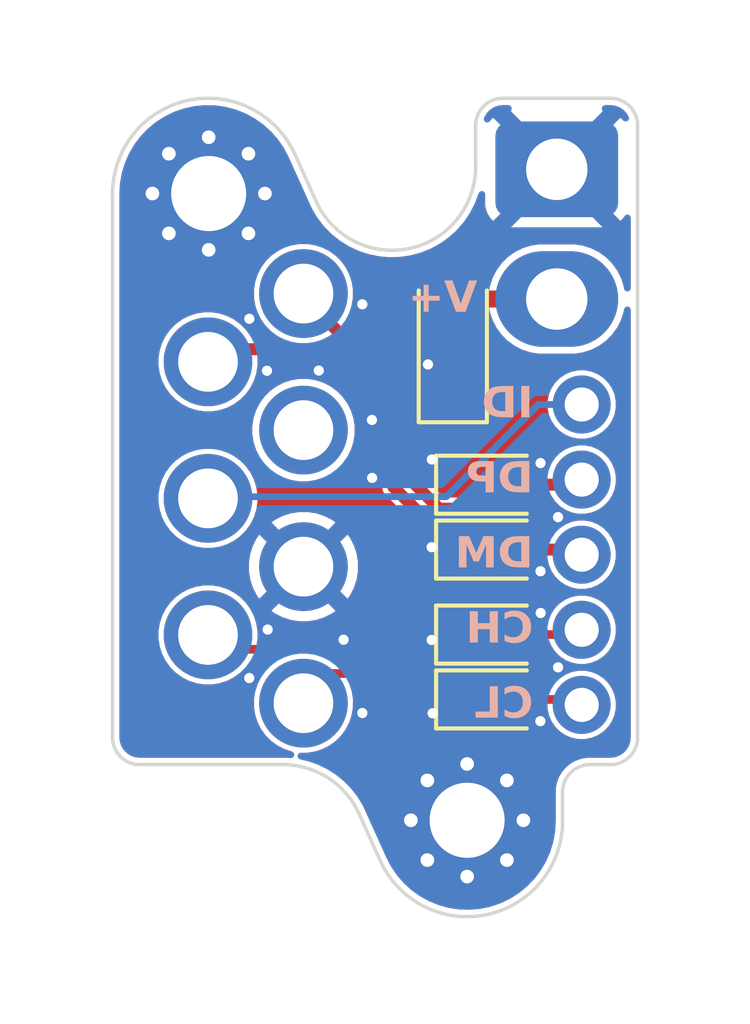
<source format=kicad_pcb>
(kicad_pcb (version 20241229) (generator "pcbnew") (generator_version "9.0")
  (layers (0 "F.Cu" signal) (4 "In1.Cu" signal) (6 "In2.Cu" signal) (2 "B.Cu" signal) (13 "F.Paste" user) (15 "B.Paste" user) (5 "F.SilkS" user "F.Silkscreen") (7 "B.SilkS" user "B.Silkscreen") (1 "F.Mask" user) (3 "B.Mask" user) (25 "Edge.Cuts" user))
  (net 0 "")
  (net 1 "CAN_H")
  (net 2 "VDC")
  (net 3 "GND")
  (net 4 "TOOL_ID")
  (net 5 "USB_90_D+")
  (net 6 "CAN_L")
  (net 7 "USB_90_D-")
  (footprint "Diode_SMD:D_SOD-323" (layer "F.Cu") (at 118.4 82.59)
    (property "Reference" "D1" (hide yes))
    (property "Value" "UDD32C24L01" (hide yes))
    (fp_line (start -1.61 -0.85) (end -1.61 0.85) (stroke (width 0.12)) (layer "F.SilkS"))
    (fp_line (start -1.61 -0.85) (end 1.05 -0.85) (stroke (width 0.12)) (layer "F.SilkS"))
    (fp_line (start -1.61 0.85) (end 1.05 0.85) (stroke (width 0.12)) (layer "F.SilkS"))
    (pad "1" smd roundrect (at -1.05 0) (size 0.6 0.45) (layers "F.Cu" "F.Mask" "F.Paste") (net 3 "GND"))
    (pad "2" smd roundrect (at 1.05 0) (size 0.6 0.45) (layers "F.Cu" "F.Mask" "F.Paste") (net 1 "CAN_H"))
  )
  (footprint "Vortac:MountingHole_2.2mm_M2_Pad_Via_NTR" (layer "F.Cu") (at 117.7 88.03)
    (property "Reference" "H2" (hide yes))
    (property "Value" "MountingHole_Pad" (hide yes))
    (pad "1" thru_hole circle (at -1.65 0) (size 0.8 0.8) (drill 0.4) (layers "*.Cu" "*.Mask") (net 3 "GND"))
    (pad "1" thru_hole circle (at -1.166726 -1.166726) (size 0.8 0.8) (drill 0.4) (layers "*.Cu" "*.Mask") (net 3 "GND"))
    (pad "1" thru_hole circle (at -1.166726 1.166726) (size 0.8 0.8) (drill 0.4) (layers "*.Cu" "*.Mask") (net 3 "GND"))
    (pad "1" thru_hole circle (at 0 -1.65) (size 0.8 0.8) (drill 0.4) (layers "*.Cu" "*.Mask") (net 3 "GND"))
    (pad "1" thru_hole circle (at 0 0) (size 4.4 4.4) (drill 2.2) (layers "*.Cu" "*.Mask") (net 3 "GND"))
    (pad "1" thru_hole circle (at 0 1.65) (size 0.8 0.8) (drill 0.4) (layers "*.Cu" "*.Mask") (net 3 "GND"))
    (pad "1" thru_hole circle (at 1.166726 -1.166726) (size 0.8 0.8) (drill 0.4) (layers "*.Cu" "*.Mask") (net 3 "GND"))
    (pad "1" thru_hole circle (at 1.166726 1.166726) (size 0.8 0.8) (drill 0.4) (layers "*.Cu" "*.Mask") (net 3 "GND"))
    (pad "1" thru_hole circle (at 1.65 0) (size 0.8 0.8) (drill 0.4) (layers "*.Cu" "*.Mask") (net 3 "GND"))
  )
  (footprint "Vortac:Toolplate_Solderpoint_01x02_Power" (layer "F.Cu") (at 120.33 68.96)
    (property "Reference" "J2" (hide yes))
    (property "Value" "Conn_01x02" (hide yes))
    (pad "1" thru_hole roundrect (at 0 0) (size 3.6 2.8) (drill 1.8) (layers "*.Cu" "*.Mask") (roundrect_rratio 0.15) (net 3 "GND"))
    (pad "2" thru_hole oval (at 0 3.8) (size 3.6 2.8) (drill 1.8) (layers "*.Cu" "*.Mask") (net 2 "VDC"))
  )
  (footprint "Vortac:MountingHole_2.2mm_M2_Pad_Via_NTR" (layer "F.Cu") (at 110.12 69.67)
    (property "Reference" "H1" (hide yes))
    (property "Value" "MountingHole_Pad" (hide yes))
    (pad "1" thru_hole circle (at -1.65 0) (size 0.8 0.8) (drill 0.4) (layers "*.Cu" "*.Mask") (net 3 "GND"))
    (pad "1" thru_hole circle (at -1.166726 -1.166726) (size 0.8 0.8) (drill 0.4) (layers "*.Cu" "*.Mask") (net 3 "GND"))
    (pad "1" thru_hole circle (at -1.166726 1.166726) (size 0.8 0.8) (drill 0.4) (layers "*.Cu" "*.Mask") (net 3 "GND"))
    (pad "1" thru_hole circle (at 0 -1.65) (size 0.8 0.8) (drill 0.4) (layers "*.Cu" "*.Mask") (net 3 "GND"))
    (pad "1" thru_hole circle (at 0 0) (size 4.4 4.4) (drill 2.2) (layers "*.Cu" "*.Mask") (net 3 "GND"))
    (pad "1" thru_hole circle (at 0 1.65) (size 0.8 0.8) (drill 0.4) (layers "*.Cu" "*.Mask") (net 3 "GND"))
    (pad "1" thru_hole circle (at 1.166726 -1.166726) (size 0.8 0.8) (drill 0.4) (layers "*.Cu" "*.Mask") (net 3 "GND"))
    (pad "1" thru_hole circle (at 1.166726 1.166726) (size 0.8 0.8) (drill 0.4) (layers "*.Cu" "*.Mask") (net 3 "GND"))
    (pad "1" thru_hole circle (at 1.65 0) (size 0.8 0.8) (drill 0.4) (layers "*.Cu" "*.Mask") (net 3 "GND"))
  )
  (footprint "Vortac:Toolplate_Solderpoint_01x05_Data" (layer "F.Cu") (at 121.06 75.85)
    (property "Reference" "J3" (hide yes))
    (property "Value" "Conn_01x05" (hide yes))
    (pad "1" thru_hole circle (at 0 0) (size 1.7 1.7) (drill 1) (layers "*.Cu" "*.Mask") (net 4 "TOOL_ID"))
    (pad "2" thru_hole circle (at 0 2.2) (size 1.7 1.7) (drill 1) (layers "*.Cu" "*.Mask") (net 5 "USB_90_D+"))
    (pad "3" thru_hole circle (at 0 4.4) (size 1.7 1.7) (drill 1) (layers "*.Cu" "*.Mask") (net 7 "USB_90_D-"))
    (pad "4" thru_hole circle (at 0 6.6) (size 1.7 1.7) (drill 1) (layers "*.Cu" "*.Mask") (net 1 "CAN_H"))
    (pad "5" thru_hole circle (at 0 8.8) (size 1.7 1.7) (drill 1) (layers "*.Cu" "*.Mask") (net 6 "CAN_L"))
  )
  (footprint "Diode_SMD:D_SOD-323" (layer "F.Cu") (at 118.4 78.2)
    (property "Reference" "D3" (hide yes))
    (property "Value" "SD05" (hide yes))
    (fp_line (start -1.61 -0.85) (end -1.61 0.85) (stroke (width 0.12)) (layer "F.SilkS"))
    (fp_line (start -1.61 -0.85) (end 1.05 -0.85) (stroke (width 0.12)) (layer "F.SilkS"))
    (fp_line (start -1.61 0.85) (end 1.05 0.85) (stroke (width 0.12)) (layer "F.SilkS"))
    (pad "1" smd roundrect (at -1.05 0) (size 0.6 0.45) (layers "F.Cu" "F.Mask" "F.Paste") (net 3 "GND"))
    (pad "2" smd roundrect (at 1.05 0) (size 0.6 0.45) (layers "F.Cu" "F.Mask" "F.Paste") (net 5 "USB_90_D+"))
  )
  (footprint "Diode_SMD:D_SOD-323" (layer "F.Cu") (at 118.4 84.49)
    (property "Reference" "D2" (hide yes))
    (property "Value" "UDD32C24L01" (hide yes))
    (fp_line (start -1.61 -0.85) (end -1.61 0.85) (stroke (width 0.12)) (layer "F.SilkS"))
    (fp_line (start -1.61 -0.85) (end 1.05 -0.85) (stroke (width 0.12)) (layer "F.SilkS"))
    (fp_line (start -1.61 0.85) (end 1.05 0.85) (stroke (width 0.12)) (layer "F.SilkS"))
    (pad "1" smd roundrect (at -1.05 0) (size 0.6 0.45) (layers "F.Cu" "F.Mask" "F.Paste") (net 3 "GND"))
    (pad "2" smd roundrect (at 1.05 0) (size 0.6 0.45) (layers "F.Cu" "F.Mask" "F.Paste") (net 6 "CAN_L"))
  )
  (footprint "Diode_SMD:D_SOD-323" (layer "F.Cu") (at 118.4 80.1)
    (property "Reference" "D4" (hide yes))
    (property "Value" "SD05" (hide yes))
    (fp_line (start -1.61 -0.85) (end -1.61 0.85) (stroke (width 0.12)) (layer "F.SilkS"))
    (fp_line (start -1.61 -0.85) (end 1.05 -0.85) (stroke (width 0.12)) (layer "F.SilkS"))
    (fp_line (start -1.61 0.85) (end 1.05 0.85) (stroke (width 0.12)) (layer "F.SilkS"))
    (pad "1" smd roundrect (at -1.05 0) (size 0.6 0.45) (layers "F.Cu" "F.Mask" "F.Paste") (net 3 "GND"))
    (pad "2" smd roundrect (at 1.05 0) (size 0.6 0.45) (layers "F.Cu" "F.Mask" "F.Paste") (net 7 "USB_90_D-"))
  )
  (footprint "Vortac:mill-max-0881-1-15-20-82-14-11-0_LandingPads_ContactPad_PTH_2x1.5x1" (layer "F.Cu") (at 112.9 72.6)
    (property "Reference" "J1" (hide yes))
    (property "Value" "Conn_01x07" (hide yes))
    (pad "1" thru_hole circle (at 0 0) (size 2.6 2.6) (drill 1.75) (layers "*.Cu" "*.Mask") (net 5 "USB_90_D+"))
    (pad "2" thru_hole circle (at -2.8 2) (size 2.6 2.6) (drill 1.75) (layers "*.Cu" "*.Mask") (net 7 "USB_90_D-"))
    (pad "3" thru_hole circle (at 0 4) (size 2.6 2.6) (drill 1.75) (layers "*.Cu" "*.Mask") (net 2 "VDC"))
    (pad "4" thru_hole circle (at -2.8 6) (size 2.6 2.6) (drill 1.75) (layers "*.Cu" "*.Mask") (net 4 "TOOL_ID"))
    (pad "5" thru_hole circle (at 0 8) (size 2.6 2.6) (drill 1.75) (layers "*.Cu" "*.Mask") (net 3 "GND"))
    (pad "6" thru_hole circle (at -2.8 10) (size 2.6 2.6) (drill 1.75) (layers "*.Cu" "*.Mask") (net 1 "CAN_H"))
    (pad "7" thru_hole circle (at 0 12) (size 2.6 2.6) (drill 1.75) (layers "*.Cu" "*.Mask") (net 6 "CAN_L"))
  )
  (footprint "Diode_SMD:D_SOD-123F" (layer "F.Cu") (at 117.28 74.16 90)
    (property "Reference" "D9" (hide yes))
    (property "Value" "PTVS26VS1UR,115-ES" (hide yes))
    (fp_line (start -2.21 -1) (end 1.65 -1) (stroke (width 0.12)) (layer "F.SilkS"))
    (fp_line (start -2.21 -1) (end -2.21 1) (stroke (width 0.12)) (layer "F.SilkS"))
    (fp_line (start -2.21 1) (end 1.65 1) (stroke (width 0.12)) (layer "F.SilkS"))
    (pad "1" smd roundrect (at -1.4 0 90) (size 1.1 1.1) (layers "F.Cu" "F.Mask" "F.Paste") (roundrect_rratio 0.2272727273) (net 3 "GND"))
    (pad "2" smd roundrect (at 1.4 0 90) (size 1.1 1.1) (layers "F.Cu" "F.Mask" "F.Paste") (roundrect_rratio 0.2272727273) (net 2 "VDC"))
  )
  (gr_arc (start 107.3 69.6785) (mid 109.511155 66.941118) (end 112.648811 68.519378) (stroke (width 0.1)) (layer "Edge.Cuts"))
  (gr_line (start 117.9501 68.8819) (end 117.9501 67.6785) (stroke (width 0.1)) (layer "Edge.Cuts"))
  (gr_arc (start 121.8999 66.878531) (mid 122.465674 67.112847) (end 122.7 67.689107) (stroke (width 0.1)) (layer "Edge.Cuts"))
  (gr_line (start 118.7501 66.878531) (end 121.8999 66.878531) (stroke (width 0.1)) (layer "Edge.Cuts"))
  (gr_line (start 121.3 86.399989) (end 121.903999 86.399989) (stroke (width 0.1)) (layer "Edge.Cuts"))
  (gr_line (start 113.266811 69.889331) (end 113.266796 69.889338) (stroke (width 0.1)) (layer "Edge.Cuts"))
  (gr_line (start 107.3 69.6785) (end 107.3 85.599989) (stroke (width 0.1)) (layer "Edge.Cuts"))
  (gr_line (start 113.266796 69.889338) (end 112.648811 68.519378) (stroke (width 0.1)) (layer "Edge.Cuts"))
  (gr_arc (start 117.9501 67.6785) (mid 118.184404 67.112826) (end 118.7501 66.878531) (stroke (width 0.1)) (layer "Edge.Cuts"))
  (gr_line (start 120.5 88.0534) (end 120.5 87.2) (stroke (width 0.1)) (layer "Edge.Cuts"))
  (gr_arc (start 122.7 85.6) (mid 122.465689 86.165682) (end 121.903999 86.399989) (stroke (width 0.1)) (layer "Edge.Cuts"))
  (gr_line (start 121.3 86.4) (end 121.3 86.399989) (stroke (width 0.1)) (layer "Edge.Cuts"))
  (gr_arc (start 108.1 86.399989) (mid 107.534318 86.165674) (end 107.3 85.599989) (stroke (width 0.1)) (layer "Edge.Cuts"))
  (gr_arc (start 120.5 87.2) (mid 120.734318 86.634311) (end 121.3 86.4) (stroke (width 0.1)) (layer "Edge.Cuts"))
  (gr_arc (start 120.5 88.0534) (mid 118.288843 90.790783) (end 115.147671 89.204751) (stroke (width 0.1)) (layer "Edge.Cuts"))
  (gr_arc (start 117.9501 68.8819) (mid 116.015336 71.27711) (end 113.266811 69.889331) (stroke (width 0.1)) (layer "Edge.Cuts"))
  (gr_line (start 112.2999 86.399989) (end 108.1 86.399989) (stroke (width 0.1)) (layer "Edge.Cuts"))
  (gr_arc (start 112.2999 86.399989) (mid 113.629242 86.791991) (end 114.530618 87.83686) (stroke (width 0.1)) (layer "Edge.Cuts"))
  (gr_line (start 115.147671 89.204751) (end 114.530618 87.83686) (stroke (width 0.1)) (layer "Edge.Cuts"))
  (gr_line (start 122.7 67.689107) (end 122.7 85.6) (stroke (width 0.1)) (layer "Edge.Cuts"))
  (gr_text "CH" (at 119.64 82.45 0) (layer "B.SilkS") (effects (font (size 0.9 0.9) (thickness 0.2) (bold yes)) (justify left mirror)))
  (gr_text "ID" (at 119.64 75.85 0) (layer "B.SilkS") (effects (font (size 0.9 0.9) (thickness 0.2) (bold yes)) (justify left mirror)))
  (gr_text "V+" (at 118 72.76 0) (layer "B.SilkS") (effects (font (size 0.9 0.9) (thickness 0.2) (bold yes)) (justify left mirror)))
  (gr_text "DP" (at 119.64 78.05 0) (layer "B.SilkS") (effects (font (size 0.9 0.9) (thickness 0.2) (bold yes)) (justify left mirror)))
  (gr_text "CL" (at 119.64 84.65 0) (layer "B.SilkS") (effects (font (size 0.9 0.9) (thickness 0.2) (bold yes)) (justify left mirror)))
  (gr_text "DM" (at 119.64 80.25 0) (layer "B.SilkS") (effects (font (size 0.9 0.9) (thickness 0.2) (bold yes)) (justify left mirror)))
  (segment (start 119.45 82.59) (end 120.92 82.59) (width 0.254) (layer "F.Cu") (net 1))
  (segment (start 113.845001 83.325001) (end 118.714999 83.325001) (width 0.254) (layer "F.Cu") (net 1))
  (segment (start 110.52 83.02) (end 113.54 83.02) (width 0.254) (layer "F.Cu") (net 1))
  (segment (start 113.54 83.02) (end 113.845001 83.325001) (width 0.254) (layer "F.Cu") (net 1))
  (segment (start 110.1 82.6) (end 110.52 83.02) (width 0.254) (layer "F.Cu") (net 1))
  (segment (start 120.92 82.59) (end 121.06 82.45) (width 0.254) (layer "F.Cu") (net 1))
  (segment (start 118.714999 83.325001) (end 119.45 82.59) (width 0.254) (layer "F.Cu") (net 1))
  (segment (start 117.28 72.76) (end 120.33 72.76) (width 0.5) (layer "F.Cu") (net 2))
  (via (at 111.84997 82.443) (size 0.6) (drill 0.3) (layers "F.Cu" "B.Cu") (net 3))
  (via (at 116.688404 84.895124) (size 0.6) (drill 0.3) (layers "F.Cu" "B.Cu") (net 3))
  (via (at 119.848153 85.126435) (size 0.6) (drill 0.3) (layers "F.Cu" "B.Cu") (net 3))
  (via (at 114.626819 72.914256) (size 0.6) (drill 0.3) (layers "F.Cu" "B.Cu") (net 3))
  (via (at 111.311063 83.863264) (size 0.6) (drill 0.3) (layers "F.Cu" "B.Cu") (net 3))
  (via (at 116.552419 74.67648) (size 0.6) (drill 0.3) (layers "F.Cu" "B.Cu") (net 3))
  (via (at 114.626052 84.888537) (size 0.6) (drill 0.3) (layers "F.Cu" "B.Cu") (net 3))
  (via (at 114.077002 82.740999) (size 0.6) (drill 0.3) (layers "F.Cu" "B.Cu") (net 3))
  (via (at 119.857019 81.957212) (size 0.6) (drill 0.3) (layers "F.Cu" "B.Cu") (net 3))
  (via (at 111.830416 74.861098) (size 0.6) (drill 0.3) (layers "F.Cu" "B.Cu") (net 3))
  (via (at 114.914 78) (size 0.6) (drill 0.3) (layers "F.Cu" "B.Cu") (net 3))
  (via (at 116.665 77.46) (size 0.6) (drill 0.3) (layers "F.Cu" "B.Cu") (net 3))
  (via (at 120.367177 79.149999) (size 0.6) (drill 0.3) (layers "F.Cu" "B.Cu") (net 3))
  (via (at 119.853552 77.565759) (size 0.6) (drill 0.3) (layers "F.Cu" "B.Cu") (net 3))
  (via (at 111.313146 73.337837) (size 0.6) (drill 0.3) (layers "F.Cu" "B.Cu") (net 3))
  (via (at 114.908058 76.301942) (size 0.6) (drill 0.3) (layers "F.Cu" "B.Cu") (net 3))
  (via (at 113.35 74.855) (size 0.6) (drill 0.3) (layers "F.Cu" "B.Cu") (net 3))
  (via (at 120.367177 83.549999) (size 0.6) (drill 0.3) (layers "F.Cu" "B.Cu") (net 3))
  (via (at 116.66 80.03) (size 0.6) (drill 0.3) (layers "F.Cu" "B.Cu") (net 3))
  (via (at 119.851964 80.734894) (size 0.6) (drill 0.3) (layers "F.Cu" "B.Cu") (net 3))
  (via (at 116.66 82.748001) (size 0.6) (drill 0.3) (layers "F.Cu" "B.Cu") (net 3))
  (segment (start 110.15 78.55) (end 117.09 78.55) (width 0.2) (layer "B.Cu") (net 4))
  (segment (start 110.1 78.6) (end 110.15 78.55) (width 0.2) (layer "B.Cu") (net 4))
  (segment (start 117.09 78.55) (end 119.79 75.85) (width 0.2) (layer "B.Cu") (net 4))
  (segment (start 119.79 75.85) (end 121.06 75.85) (width 0.2) (layer "B.Cu") (net 4))
  (segment (start 114.526394 74.326395) (end 114.597106 74.397106) (width 0.35) (layer "F.Cu") (net 5))
  (segment (start 116.04 75.86) (end 116.04 78.06) (width 0.35) (layer "F.Cu") (net 5))
  (segment (start 116.056553 75.34182) (end 115.940606 75.457764) (width 0.35) (layer "F.Cu") (net 5))
  (segment (start 119.45 78.2) (end 120.91 78.2) (width 0.35) (layer "F.Cu") (net 5))
  (segment (start 116.011318 75.811318) (end 116.04 75.84) (width 0.35) (layer "F.Cu") (net 5))
  (segment (start 120.91 78.2) (end 121.06 78.05) (width 0.35) (layer "F.Cu") (net 5))
  (segment (start 118.75 78.9) (end 119.45 78.2) (width 0.35) (layer "F.Cu") (net 5))
  (segment (start 115.278726 74.281171) (end 115.349436 74.351881) (width 0.35) (layer "F.Cu") (net 5))
  (segment (start 114.57162 73.574065) (end 114.64233 73.644775) (width 0.35) (layer "F.Cu") (net 5))
  (segment (start 115.587054 75.104212) (end 115.703 74.988267) (width 0.35) (layer "F.Cu") (net 5))
  (segment (start 115.940607 75.740608) (end 116.011318 75.811318) (width 0.35) (layer "F.Cu") (net 5))
  (segment (start 114.642329 73.927617) (end 114.526394 74.043553) (width 0.35) (layer "F.Cu") (net 5))
  (segment (start 114.879948 74.397106) (end 114.995884 74.281171) (width 0.35) (layer "F.Cu") (net 5))
  (segment (start 115.349435 74.634723) (end 115.2335 74.750659) (width 0.35) (layer "F.Cu") (net 5))
  (segment (start 112.9 72.6) (end 112.9 72.7) (width 0.35) (layer "F.Cu") (net 5))
  (segment (start 112.9 72.7) (end 113.89 73.69) (width 0.35) (layer "F.Cu") (net 5))
  (segment (start 116.04 75.84) (end 116.04 75.86) (width 0.35) (layer "F.Cu") (net 5))
  (segment (start 114.172842 73.69) (end 114.288778 73.574065) (width 0.35) (layer "F.Cu") (net 5))
  (segment (start 116.04 78.06) (end 116.88 78.9) (width 0.35) (layer "F.Cu") (net 5))
  (segment (start 116.88 78.9) (end 118.75 78.9) (width 0.35) (layer "F.Cu") (net 5))
  (segment (start 115.2335 75.033501) (end 115.304212 75.104212) (width 0.35) (layer "F.Cu") (net 5))
  (segment (start 115.985842 74.988266) (end 116.056552 75.058976) (width 0.35) (layer "F.Cu") (net 5))
  (arc (start 114.597106 74.397106) (mid 114.738528 74.455685) (end 114.879948 74.397106) (width 0.35) (layer "F.Cu") (net 5))
  (arc (start 114.995884 74.281171) (mid 115.137304 74.222592) (end 115.278726 74.281171) (width 0.35) (layer "F.Cu") (net 5))
  (arc (start 114.526394 74.043553) (mid 114.467815 74.184973) (end 114.526394 74.326395) (width 0.35) (layer "F.Cu") (net 5))
  (arc (start 113.89 73.69) (mid 114.031422 73.748579) (end 114.172842 73.69) (width 0.35) (layer "F.Cu") (net 5))
  (arc (start 115.703 74.988267) (mid 115.84442 74.929688) (end 115.985842 74.988266) (width 0.35) (layer "F.Cu") (net 5))
  (arc (start 115.940606 75.457764) (mid 115.882029 75.599186) (end 115.940607 75.740608) (width 0.35) (layer "F.Cu") (net 5))
  (arc (start 114.64233 73.644775) (mid 114.700908 73.786197) (end 114.642329 73.927617) (width 0.35) (layer "F.Cu") (net 5))
  (arc (start 115.2335 74.750659) (mid 115.174921 74.892079) (end 115.2335 75.033501) (width 0.35) (layer "F.Cu") (net 5))
  (arc (start 115.349436 74.351881) (mid 115.408014 74.493303) (end 115.349435 74.634723) (width 0.35) (layer "F.Cu") (net 5))
  (arc (start 116.056552 75.058976) (mid 116.11513 75.200398) (end 116.056553 75.34182) (width 0.35) (layer "F.Cu") (net 5))
  (arc (start 114.288778 73.574065) (mid 114.430198 73.515486) (end 114.57162 73.574065) (width 0.35) (layer "F.Cu") (net 5))
  (arc (start 115.304212 75.104212) (mid 115.445634 75.162791) (end 115.587054 75.104212) (width 0.35) (layer "F.Cu") (net 5))
  (segment (start 117.044051 83.73) (end 117.19 83.73) (width 0.254) (layer "F.Cu") (net 6))
  (segment (start 117.19 83.73) (end 118.69 83.73) (width 0.254) (layer "F.Cu") (net 6))
  (segment (start 116.516051 84.322855) (end 116.604051 84.322855) (width 0.254) (layer "F.Cu") (net 6))
  (segment (start 114.580051 83.906) (end 114.580051 84.146848) (width 0.254) (layer "F.Cu") (net 6))
  (segment (start 114.756051 84.322848) (end 114.844051 84.322848) (width 0.254) (layer "F.Cu") (net 6))
  (segment (start 115.020051 84.146848) (end 115.020051 83.906) (width 0.254) (layer "F.Cu") (net 6))
  (segment (start 119.45 84.49) (end 120.9 84.49) (width 0.254) (layer "F.Cu") (net 6))
  (segment (start 116.956051 83.73) (end 117.044051 83.73) (width 0.254) (layer "F.Cu") (net 6))
  (segment (start 115.636051 84.322849) (end 115.724051 84.322849) (width 0.254) (layer "F.Cu") (net 6))
  (segment (start 116.340051 83.906) (end 116.340051 84.146855) (width 0.254) (layer "F.Cu") (net 6))
  (segment (start 118.69 83.73) (end 119.45 84.49) (width 0.254) (layer "F.Cu") (net 6))
  (segment (start 115.900051 84.146849) (end 115.900051 83.906) (width 0.254) (layer "F.Cu") (net 6))
  (segment (start 120.9 84.49) (end 121.06 84.65) (width 0.254) (layer "F.Cu") (net 6))
  (segment (start 112.9 84.6) (end 113.77 83.73) (width 0.254) (layer "F.Cu") (net 6))
  (segment (start 115.460051 83.906) (end 115.460051 84.146849) (width 0.254) (layer "F.Cu") (net 6))
  (segment (start 116.780051 84.146855) (end 116.780051 83.906) (width 0.254) (layer "F.Cu") (net 6))
  (segment (start 116.076051 83.73) (end 116.164051 83.73) (width 0.254) (layer "F.Cu") (net 6))
  (segment (start 113.77 83.73) (end 114.404051 83.73) (width 0.254) (layer "F.Cu") (net 6))
  (segment (start 115.196051 83.73) (end 115.284051 83.73) (width 0.254) (layer "F.Cu") (net 6))
  (arc (start 116.164051 83.73) (mid 116.288502 83.781549) (end 116.340051 83.906) (width 0.254) (layer "F.Cu") (net 6))
  (arc (start 114.580051 84.146848) (mid 114.6316 84.271299) (end 114.756051 84.322848) (width 0.254) (layer "F.Cu") (net 6))
  (arc (start 115.900051 83.906) (mid 115.9516 83.781549) (end 116.076051 83.73) (width 0.254) (layer "F.Cu") (net 6))
  (arc (start 114.844051 84.322848) (mid 114.968502 84.271299) (end 115.020051 84.146848) (width 0.254) (layer "F.Cu") (net 6))
  (arc (start 116.604051 84.322855) (mid 116.728502 84.271306) (end 116.780051 84.146855) (width 0.254) (layer "F.Cu") (net 6))
  (arc (start 116.340051 84.146855) (mid 116.3916 84.271306) (end 116.516051 84.322855) (width 0.254) (layer "F.Cu") (net 6))
  (arc (start 115.724051 84.322849) (mid 115.848502 84.2713) (end 115.900051 84.146849) (width 0.254) (layer "F.Cu") (net 6))
  (arc (start 115.284051 83.73) (mid 115.408502 83.781549) (end 115.460051 83.906) (width 0.254) (layer "F.Cu") (net 6))
  (arc (start 115.020051 83.906) (mid 115.0716 83.781549) (end 115.196051 83.73) (width 0.254) (layer "F.Cu") (net 6))
  (arc (start 114.404051 83.73) (mid 114.528502 83.781549) (end 114.580051 83.906) (width 0.254) (layer "F.Cu") (net 6))
  (arc (start 115.460051 84.146849) (mid 115.5116 84.2713) (end 115.636051 84.322849) (width 0.254) (layer "F.Cu") (net 6))
  (arc (start 116.780051 83.906) (mid 116.8316 83.781549) (end 116.956051 83.73) (width 0.254) (layer "F.Cu") (net 6))
  (segment (start 110.47 74.23) (end 113.72 74.23) (width 0.35) (layer "F.Cu") (net 7))
  (segment (start 110.1 74.6) (end 110.47 74.23) (width 0.35) (layer "F.Cu") (net 7))
  (segment (start 119.45 80.1) (end 120.91 80.1) (width 0.35) (layer "F.Cu") (net 7))
  (segment (start 115.539 76.049) (end 115.539 78.26752) (width 0.35) (layer "F.Cu") (net 7))
  (segment (start 120.91 80.1) (end 121.06 80.25) (width 0.35) (layer "F.Cu") (net 7))
  (segment (start 116.67248 79.401) (end 118.751 79.401) (width 0.35) (layer "F.Cu") (net 7))
  (segment (start 113.72 74.23) (end 115.539 76.049) (width 0.35) (layer "F.Cu") (net 7))
  (segment (start 118.751 79.401) (end 119.45 80.1) (width 0.35) (layer "F.Cu") (net 7))
  (segment (start 115.539 78.26752) (end 116.67248 79.401) (width 0.35) (layer "F.Cu") (net 7))
  (zone (net 3) (net_name "GND") (layers "F.Cu" "B.Cu" "In1.Cu") (connect_pads thru_hole_only (clearance 0.1)) (min_thickness 0.2) (fill yes (thermal_gap 0.3) (thermal_bridge_width 0.5))
    (polygon (pts (xy 104 64) (xy 125 64) (xy 125 93) (xy 104 93)))
  )
)
</source>
